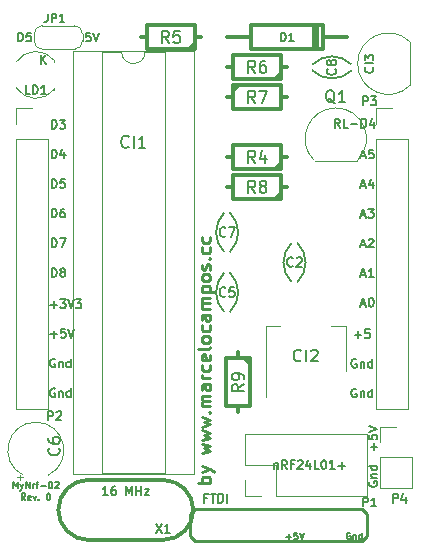
<source format=gbr>
%TF.GenerationSoftware,KiCad,Pcbnew,(5.1.6)-1*%
%TF.CreationDate,2022-03-13T12:34:37-03:00*%
%TF.ProjectId,nRF24L01_Arduino_v2,6e524632-344c-4303-915f-41726475696e,rev?*%
%TF.SameCoordinates,Original*%
%TF.FileFunction,Legend,Top*%
%TF.FilePolarity,Positive*%
%FSLAX46Y46*%
G04 Gerber Fmt 4.6, Leading zero omitted, Abs format (unit mm)*
G04 Created by KiCad (PCBNEW (5.1.6)-1) date 2022-03-13 12:34:37*
%MOMM*%
%LPD*%
G01*
G04 APERTURE LIST*
%ADD10C,0.139700*%
%ADD11C,0.150000*%
%ADD12C,0.184150*%
%ADD13C,0.228600*%
%ADD14C,0.120000*%
%ADD15C,0.304800*%
%ADD16C,0.317500*%
%ADD17C,0.254000*%
%ADD18C,0.149860*%
%ADD19C,0.152400*%
%ADD20C,0.177800*%
%ADD21C,0.127000*%
G04 APERTURE END LIST*
D10*
X105412419Y-138828840D02*
X105412419Y-138270040D01*
X105598685Y-138669183D01*
X105784952Y-138270040D01*
X105784952Y-138828840D01*
X105997828Y-138456307D02*
X106130876Y-138828840D01*
X106263923Y-138456307D02*
X106130876Y-138828840D01*
X106077657Y-138961888D01*
X106051047Y-138988497D01*
X105997828Y-139015107D01*
X106476800Y-138828840D02*
X106476800Y-138270040D01*
X106796114Y-138828840D01*
X106796114Y-138270040D01*
X107062209Y-138828840D02*
X107062209Y-138456307D01*
X107062209Y-138562745D02*
X107088819Y-138509526D01*
X107115428Y-138482916D01*
X107168647Y-138456307D01*
X107221866Y-138456307D01*
X107328304Y-138456307D02*
X107541180Y-138456307D01*
X107408133Y-138828840D02*
X107408133Y-138349869D01*
X107434742Y-138296650D01*
X107487961Y-138270040D01*
X107541180Y-138270040D01*
X107727447Y-138615964D02*
X108153200Y-138615964D01*
X108525733Y-138270040D02*
X108578952Y-138270040D01*
X108632171Y-138296650D01*
X108658780Y-138323259D01*
X108685390Y-138376478D01*
X108712000Y-138482916D01*
X108712000Y-138615964D01*
X108685390Y-138722402D01*
X108658780Y-138775621D01*
X108632171Y-138802230D01*
X108578952Y-138828840D01*
X108525733Y-138828840D01*
X108472514Y-138802230D01*
X108445904Y-138775621D01*
X108419295Y-138722402D01*
X108392685Y-138615964D01*
X108392685Y-138482916D01*
X108419295Y-138376478D01*
X108445904Y-138323259D01*
X108472514Y-138296650D01*
X108525733Y-138270040D01*
X108924876Y-138323259D02*
X108951485Y-138296650D01*
X109004704Y-138270040D01*
X109137752Y-138270040D01*
X109190971Y-138296650D01*
X109217580Y-138323259D01*
X109244190Y-138376478D01*
X109244190Y-138429697D01*
X109217580Y-138509526D01*
X108898266Y-138828840D01*
X109244190Y-138828840D01*
X106423580Y-139806740D02*
X106237314Y-139540645D01*
X106104266Y-139806740D02*
X106104266Y-139247940D01*
X106317142Y-139247940D01*
X106370361Y-139274550D01*
X106396971Y-139301159D01*
X106423580Y-139354378D01*
X106423580Y-139434207D01*
X106396971Y-139487426D01*
X106370361Y-139514035D01*
X106317142Y-139540645D01*
X106104266Y-139540645D01*
X106875942Y-139780130D02*
X106822723Y-139806740D01*
X106716285Y-139806740D01*
X106663066Y-139780130D01*
X106636457Y-139726911D01*
X106636457Y-139514035D01*
X106663066Y-139460816D01*
X106716285Y-139434207D01*
X106822723Y-139434207D01*
X106875942Y-139460816D01*
X106902552Y-139514035D01*
X106902552Y-139567254D01*
X106636457Y-139620473D01*
X107088819Y-139434207D02*
X107221866Y-139806740D01*
X107354914Y-139434207D01*
X107567790Y-139753521D02*
X107594400Y-139780130D01*
X107567790Y-139806740D01*
X107541180Y-139780130D01*
X107567790Y-139753521D01*
X107567790Y-139806740D01*
X108366076Y-139247940D02*
X108419295Y-139247940D01*
X108472514Y-139274550D01*
X108499123Y-139301159D01*
X108525733Y-139354378D01*
X108552342Y-139460816D01*
X108552342Y-139593864D01*
X108525733Y-139700302D01*
X108499123Y-139753521D01*
X108472514Y-139780130D01*
X108419295Y-139806740D01*
X108366076Y-139806740D01*
X108312857Y-139780130D01*
X108286247Y-139753521D01*
X108259638Y-139700302D01*
X108233028Y-139593864D01*
X108233028Y-139460816D01*
X108259638Y-139354378D01*
X108286247Y-139301159D01*
X108312857Y-139274550D01*
X108366076Y-139247940D01*
X133943271Y-142595600D02*
X133890052Y-142568990D01*
X133810223Y-142568990D01*
X133730395Y-142595600D01*
X133677176Y-142648819D01*
X133650566Y-142702038D01*
X133623957Y-142808476D01*
X133623957Y-142888304D01*
X133650566Y-142994742D01*
X133677176Y-143047961D01*
X133730395Y-143101180D01*
X133810223Y-143127790D01*
X133863442Y-143127790D01*
X133943271Y-143101180D01*
X133969880Y-143074571D01*
X133969880Y-142888304D01*
X133863442Y-142888304D01*
X134209366Y-142755257D02*
X134209366Y-143127790D01*
X134209366Y-142808476D02*
X134235976Y-142781866D01*
X134289195Y-142755257D01*
X134369023Y-142755257D01*
X134422242Y-142781866D01*
X134448852Y-142835085D01*
X134448852Y-143127790D01*
X134954433Y-143127790D02*
X134954433Y-142568990D01*
X134954433Y-143101180D02*
X134901214Y-143127790D01*
X134794776Y-143127790D01*
X134741557Y-143101180D01*
X134714947Y-143074571D01*
X134688338Y-143021352D01*
X134688338Y-142861695D01*
X134714947Y-142808476D01*
X134741557Y-142781866D01*
X134794776Y-142755257D01*
X134901214Y-142755257D01*
X134954433Y-142781866D01*
X128504042Y-142914914D02*
X128929795Y-142914914D01*
X128716919Y-143127790D02*
X128716919Y-142702038D01*
X129461985Y-142568990D02*
X129195890Y-142568990D01*
X129169280Y-142835085D01*
X129195890Y-142808476D01*
X129249109Y-142781866D01*
X129382157Y-142781866D01*
X129435376Y-142808476D01*
X129461985Y-142835085D01*
X129488595Y-142888304D01*
X129488595Y-143021352D01*
X129461985Y-143074571D01*
X129435376Y-143101180D01*
X129382157Y-143127790D01*
X129249109Y-143127790D01*
X129195890Y-143101180D01*
X129169280Y-143074571D01*
X129648252Y-142568990D02*
X129834519Y-143127790D01*
X130020785Y-142568990D01*
D11*
X121835938Y-139647385D02*
X121590404Y-139647385D01*
X121590404Y-140033223D02*
X121590404Y-139296623D01*
X121941166Y-139296623D01*
X122116547Y-139296623D02*
X122537461Y-139296623D01*
X122327004Y-140033223D02*
X122327004Y-139296623D01*
X122782995Y-140033223D02*
X122782995Y-139296623D01*
X122958376Y-139296623D01*
X123063604Y-139331700D01*
X123133757Y-139401852D01*
X123168833Y-139472004D01*
X123203909Y-139612309D01*
X123203909Y-139717538D01*
X123168833Y-139857842D01*
X123133757Y-139927995D01*
X123063604Y-139998147D01*
X122958376Y-140033223D01*
X122782995Y-140033223D01*
X123519595Y-140033223D02*
X123519595Y-139296623D01*
X135942614Y-135567057D02*
X135942614Y-135005838D01*
X136223223Y-135286447D02*
X135662004Y-135286447D01*
X135486623Y-134304314D02*
X135486623Y-134655076D01*
X135837385Y-134690152D01*
X135802309Y-134655076D01*
X135767233Y-134584923D01*
X135767233Y-134409542D01*
X135802309Y-134339390D01*
X135837385Y-134304314D01*
X135907538Y-134269238D01*
X136082919Y-134269238D01*
X136153071Y-134304314D01*
X136188147Y-134339390D01*
X136223223Y-134409542D01*
X136223223Y-134584923D01*
X136188147Y-134655076D01*
X136153071Y-134690152D01*
X135486623Y-134058780D02*
X136223223Y-133813247D01*
X135486623Y-133567714D01*
X135521700Y-138268528D02*
X135486623Y-138338680D01*
X135486623Y-138443909D01*
X135521700Y-138549138D01*
X135591852Y-138619290D01*
X135662004Y-138654366D01*
X135802309Y-138689442D01*
X135907538Y-138689442D01*
X136047842Y-138654366D01*
X136117995Y-138619290D01*
X136188147Y-138549138D01*
X136223223Y-138443909D01*
X136223223Y-138373757D01*
X136188147Y-138268528D01*
X136153071Y-138233452D01*
X135907538Y-138233452D01*
X135907538Y-138373757D01*
X135732157Y-137917766D02*
X136223223Y-137917766D01*
X135802309Y-137917766D02*
X135767233Y-137882690D01*
X135732157Y-137812538D01*
X135732157Y-137707309D01*
X135767233Y-137637157D01*
X135837385Y-137602080D01*
X136223223Y-137602080D01*
X136223223Y-136935633D02*
X135486623Y-136935633D01*
X136188147Y-136935633D02*
X136223223Y-137005785D01*
X136223223Y-137146090D01*
X136188147Y-137216242D01*
X136153071Y-137251319D01*
X136082919Y-137286395D01*
X135872461Y-137286395D01*
X135802309Y-137251319D01*
X135767233Y-137216242D01*
X135732157Y-137146090D01*
X135732157Y-137005785D01*
X135767233Y-136935633D01*
X134306128Y-125812814D02*
X134867347Y-125812814D01*
X134586738Y-126093423D02*
X134586738Y-125532204D01*
X135568871Y-125356823D02*
X135218109Y-125356823D01*
X135183033Y-125707585D01*
X135218109Y-125672509D01*
X135288261Y-125637433D01*
X135463642Y-125637433D01*
X135533795Y-125672509D01*
X135568871Y-125707585D01*
X135603947Y-125777738D01*
X135603947Y-125953119D01*
X135568871Y-126023271D01*
X135533795Y-126058347D01*
X135463642Y-126093423D01*
X135288261Y-126093423D01*
X135218109Y-126058347D01*
X135183033Y-126023271D01*
X134463971Y-127901700D02*
X134393819Y-127866623D01*
X134288590Y-127866623D01*
X134183361Y-127901700D01*
X134113209Y-127971852D01*
X134078133Y-128042004D01*
X134043057Y-128182309D01*
X134043057Y-128287538D01*
X134078133Y-128427842D01*
X134113209Y-128497995D01*
X134183361Y-128568147D01*
X134288590Y-128603223D01*
X134358742Y-128603223D01*
X134463971Y-128568147D01*
X134499047Y-128533071D01*
X134499047Y-128287538D01*
X134358742Y-128287538D01*
X134814733Y-128112157D02*
X134814733Y-128603223D01*
X134814733Y-128182309D02*
X134849809Y-128147233D01*
X134919961Y-128112157D01*
X135025190Y-128112157D01*
X135095342Y-128147233D01*
X135130419Y-128217385D01*
X135130419Y-128603223D01*
X135796866Y-128603223D02*
X135796866Y-127866623D01*
X135796866Y-128568147D02*
X135726714Y-128603223D01*
X135586409Y-128603223D01*
X135516257Y-128568147D01*
X135481180Y-128533071D01*
X135446104Y-128462919D01*
X135446104Y-128252461D01*
X135481180Y-128182309D01*
X135516257Y-128147233D01*
X135586409Y-128112157D01*
X135726714Y-128112157D01*
X135796866Y-128147233D01*
X134463971Y-130411500D02*
X134393819Y-130376423D01*
X134288590Y-130376423D01*
X134183361Y-130411500D01*
X134113209Y-130481652D01*
X134078133Y-130551804D01*
X134043057Y-130692109D01*
X134043057Y-130797338D01*
X134078133Y-130937642D01*
X134113209Y-131007795D01*
X134183361Y-131077947D01*
X134288590Y-131113023D01*
X134358742Y-131113023D01*
X134463971Y-131077947D01*
X134499047Y-131042871D01*
X134499047Y-130797338D01*
X134358742Y-130797338D01*
X134814733Y-130621957D02*
X134814733Y-131113023D01*
X134814733Y-130692109D02*
X134849809Y-130657033D01*
X134919961Y-130621957D01*
X135025190Y-130621957D01*
X135095342Y-130657033D01*
X135130419Y-130727185D01*
X135130419Y-131113023D01*
X135796866Y-131113023D02*
X135796866Y-130376423D01*
X135796866Y-131077947D02*
X135726714Y-131113023D01*
X135586409Y-131113023D01*
X135516257Y-131077947D01*
X135481180Y-131042871D01*
X135446104Y-130972719D01*
X135446104Y-130762261D01*
X135481180Y-130692109D01*
X135516257Y-130657033D01*
X135586409Y-130621957D01*
X135726714Y-130621957D01*
X135796866Y-130657033D01*
X134857804Y-110688266D02*
X135208566Y-110688266D01*
X134787652Y-110898723D02*
X135033185Y-110162123D01*
X135278719Y-110898723D01*
X135875014Y-110162123D02*
X135524252Y-110162123D01*
X135489176Y-110512885D01*
X135524252Y-110477809D01*
X135594404Y-110442733D01*
X135769785Y-110442733D01*
X135839938Y-110477809D01*
X135875014Y-110512885D01*
X135910090Y-110583038D01*
X135910090Y-110758419D01*
X135875014Y-110828571D01*
X135839938Y-110863647D01*
X135769785Y-110898723D01*
X135594404Y-110898723D01*
X135524252Y-110863647D01*
X135489176Y-110828571D01*
X134857804Y-113198066D02*
X135208566Y-113198066D01*
X134787652Y-113408523D02*
X135033185Y-112671923D01*
X135278719Y-113408523D01*
X135839938Y-112917457D02*
X135839938Y-113408523D01*
X135664557Y-112636847D02*
X135489176Y-113162990D01*
X135945166Y-113162990D01*
X134857804Y-115707866D02*
X135208566Y-115707866D01*
X134787652Y-115918323D02*
X135033185Y-115181723D01*
X135278719Y-115918323D01*
X135454100Y-115181723D02*
X135910090Y-115181723D01*
X135664557Y-115462333D01*
X135769785Y-115462333D01*
X135839938Y-115497409D01*
X135875014Y-115532485D01*
X135910090Y-115602638D01*
X135910090Y-115778019D01*
X135875014Y-115848171D01*
X135839938Y-115883247D01*
X135769785Y-115918323D01*
X135559328Y-115918323D01*
X135489176Y-115883247D01*
X135454100Y-115848171D01*
X134857804Y-118217666D02*
X135208566Y-118217666D01*
X134787652Y-118428123D02*
X135033185Y-117691523D01*
X135278719Y-118428123D01*
X135489176Y-117761676D02*
X135524252Y-117726600D01*
X135594404Y-117691523D01*
X135769785Y-117691523D01*
X135839938Y-117726600D01*
X135875014Y-117761676D01*
X135910090Y-117831828D01*
X135910090Y-117901980D01*
X135875014Y-118007209D01*
X135454100Y-118428123D01*
X135910090Y-118428123D01*
X134857804Y-120727466D02*
X135208566Y-120727466D01*
X134787652Y-120937923D02*
X135033185Y-120201323D01*
X135278719Y-120937923D01*
X135910090Y-120937923D02*
X135489176Y-120937923D01*
X135699633Y-120937923D02*
X135699633Y-120201323D01*
X135629480Y-120306552D01*
X135559328Y-120376704D01*
X135489176Y-120411780D01*
X134857804Y-123237266D02*
X135208566Y-123237266D01*
X134787652Y-123447723D02*
X135033185Y-122711123D01*
X135278719Y-123447723D01*
X135664557Y-122711123D02*
X135734709Y-122711123D01*
X135804861Y-122746200D01*
X135839938Y-122781276D01*
X135875014Y-122851428D01*
X135910090Y-122991733D01*
X135910090Y-123167114D01*
X135875014Y-123307419D01*
X135839938Y-123377571D01*
X135804861Y-123412647D01*
X135734709Y-123447723D01*
X135664557Y-123447723D01*
X135594404Y-123412647D01*
X135559328Y-123377571D01*
X135524252Y-123307419D01*
X135489176Y-123167114D01*
X135489176Y-122991733D01*
X135524252Y-122851428D01*
X135559328Y-122781276D01*
X135594404Y-122746200D01*
X135664557Y-122711123D01*
X108540380Y-123287914D02*
X109101600Y-123287914D01*
X108820990Y-123568523D02*
X108820990Y-123007304D01*
X109382209Y-122831923D02*
X109838200Y-122831923D01*
X109592666Y-123112533D01*
X109697895Y-123112533D01*
X109768047Y-123147609D01*
X109803123Y-123182685D01*
X109838200Y-123252838D01*
X109838200Y-123428219D01*
X109803123Y-123498371D01*
X109768047Y-123533447D01*
X109697895Y-123568523D01*
X109487438Y-123568523D01*
X109417285Y-123533447D01*
X109382209Y-123498371D01*
X110048657Y-122831923D02*
X110294190Y-123568523D01*
X110539723Y-122831923D01*
X110715104Y-122831923D02*
X111171095Y-122831923D01*
X110925561Y-123112533D01*
X111030790Y-123112533D01*
X111100942Y-123147609D01*
X111136019Y-123182685D01*
X111171095Y-123252838D01*
X111171095Y-123428219D01*
X111136019Y-123498371D01*
X111100942Y-123533447D01*
X111030790Y-123568523D01*
X110820333Y-123568523D01*
X110750180Y-123533447D01*
X110715104Y-123498371D01*
X108540380Y-125797714D02*
X109101600Y-125797714D01*
X108820990Y-126078323D02*
X108820990Y-125517104D01*
X109803123Y-125341723D02*
X109452361Y-125341723D01*
X109417285Y-125692485D01*
X109452361Y-125657409D01*
X109522514Y-125622333D01*
X109697895Y-125622333D01*
X109768047Y-125657409D01*
X109803123Y-125692485D01*
X109838200Y-125762638D01*
X109838200Y-125938019D01*
X109803123Y-126008171D01*
X109768047Y-126043247D01*
X109697895Y-126078323D01*
X109522514Y-126078323D01*
X109452361Y-126043247D01*
X109417285Y-126008171D01*
X110048657Y-125341723D02*
X110294190Y-126078323D01*
X110539723Y-125341723D01*
X108926219Y-127886600D02*
X108856066Y-127851523D01*
X108750838Y-127851523D01*
X108645609Y-127886600D01*
X108575457Y-127956752D01*
X108540380Y-128026904D01*
X108505304Y-128167209D01*
X108505304Y-128272438D01*
X108540380Y-128412742D01*
X108575457Y-128482895D01*
X108645609Y-128553047D01*
X108750838Y-128588123D01*
X108820990Y-128588123D01*
X108926219Y-128553047D01*
X108961295Y-128517971D01*
X108961295Y-128272438D01*
X108820990Y-128272438D01*
X109276980Y-128097057D02*
X109276980Y-128588123D01*
X109276980Y-128167209D02*
X109312057Y-128132133D01*
X109382209Y-128097057D01*
X109487438Y-128097057D01*
X109557590Y-128132133D01*
X109592666Y-128202285D01*
X109592666Y-128588123D01*
X110259114Y-128588123D02*
X110259114Y-127851523D01*
X110259114Y-128553047D02*
X110188961Y-128588123D01*
X110048657Y-128588123D01*
X109978504Y-128553047D01*
X109943428Y-128517971D01*
X109908352Y-128447819D01*
X109908352Y-128237361D01*
X109943428Y-128167209D01*
X109978504Y-128132133D01*
X110048657Y-128097057D01*
X110188961Y-128097057D01*
X110259114Y-128132133D01*
X108926219Y-130396400D02*
X108856066Y-130361323D01*
X108750838Y-130361323D01*
X108645609Y-130396400D01*
X108575457Y-130466552D01*
X108540380Y-130536704D01*
X108505304Y-130677009D01*
X108505304Y-130782238D01*
X108540380Y-130922542D01*
X108575457Y-130992695D01*
X108645609Y-131062847D01*
X108750838Y-131097923D01*
X108820990Y-131097923D01*
X108926219Y-131062847D01*
X108961295Y-131027771D01*
X108961295Y-130782238D01*
X108820990Y-130782238D01*
X109276980Y-130606857D02*
X109276980Y-131097923D01*
X109276980Y-130677009D02*
X109312057Y-130641933D01*
X109382209Y-130606857D01*
X109487438Y-130606857D01*
X109557590Y-130641933D01*
X109592666Y-130712085D01*
X109592666Y-131097923D01*
X110259114Y-131097923D02*
X110259114Y-130361323D01*
X110259114Y-131062847D02*
X110188961Y-131097923D01*
X110048657Y-131097923D01*
X109978504Y-131062847D01*
X109943428Y-131027771D01*
X109908352Y-130957619D01*
X109908352Y-130747161D01*
X109943428Y-130677009D01*
X109978504Y-130641933D01*
X110048657Y-130606857D01*
X110188961Y-130606857D01*
X110259114Y-130641933D01*
X108676319Y-108366273D02*
X108676319Y-107629673D01*
X108851700Y-107629673D01*
X108956928Y-107664750D01*
X109027080Y-107734902D01*
X109062157Y-107805054D01*
X109097233Y-107945359D01*
X109097233Y-108050588D01*
X109062157Y-108190892D01*
X109027080Y-108261045D01*
X108956928Y-108331197D01*
X108851700Y-108366273D01*
X108676319Y-108366273D01*
X109342766Y-107629673D02*
X109798757Y-107629673D01*
X109553223Y-107910283D01*
X109658452Y-107910283D01*
X109728604Y-107945359D01*
X109763680Y-107980435D01*
X109798757Y-108050588D01*
X109798757Y-108225969D01*
X109763680Y-108296121D01*
X109728604Y-108331197D01*
X109658452Y-108366273D01*
X109447995Y-108366273D01*
X109377842Y-108331197D01*
X109342766Y-108296121D01*
X108676319Y-110876073D02*
X108676319Y-110139473D01*
X108851700Y-110139473D01*
X108956928Y-110174550D01*
X109027080Y-110244702D01*
X109062157Y-110314854D01*
X109097233Y-110455159D01*
X109097233Y-110560388D01*
X109062157Y-110700692D01*
X109027080Y-110770845D01*
X108956928Y-110840997D01*
X108851700Y-110876073D01*
X108676319Y-110876073D01*
X109728604Y-110385007D02*
X109728604Y-110876073D01*
X109553223Y-110104397D02*
X109377842Y-110630540D01*
X109833833Y-110630540D01*
X108676319Y-113385873D02*
X108676319Y-112649273D01*
X108851700Y-112649273D01*
X108956928Y-112684350D01*
X109027080Y-112754502D01*
X109062157Y-112824654D01*
X109097233Y-112964959D01*
X109097233Y-113070188D01*
X109062157Y-113210492D01*
X109027080Y-113280645D01*
X108956928Y-113350797D01*
X108851700Y-113385873D01*
X108676319Y-113385873D01*
X109763680Y-112649273D02*
X109412919Y-112649273D01*
X109377842Y-113000035D01*
X109412919Y-112964959D01*
X109483071Y-112929883D01*
X109658452Y-112929883D01*
X109728604Y-112964959D01*
X109763680Y-113000035D01*
X109798757Y-113070188D01*
X109798757Y-113245569D01*
X109763680Y-113315721D01*
X109728604Y-113350797D01*
X109658452Y-113385873D01*
X109483071Y-113385873D01*
X109412919Y-113350797D01*
X109377842Y-113315721D01*
X108676319Y-115895673D02*
X108676319Y-115159073D01*
X108851700Y-115159073D01*
X108956928Y-115194150D01*
X109027080Y-115264302D01*
X109062157Y-115334454D01*
X109097233Y-115474759D01*
X109097233Y-115579988D01*
X109062157Y-115720292D01*
X109027080Y-115790445D01*
X108956928Y-115860597D01*
X108851700Y-115895673D01*
X108676319Y-115895673D01*
X109728604Y-115159073D02*
X109588300Y-115159073D01*
X109518147Y-115194150D01*
X109483071Y-115229226D01*
X109412919Y-115334454D01*
X109377842Y-115474759D01*
X109377842Y-115755369D01*
X109412919Y-115825521D01*
X109447995Y-115860597D01*
X109518147Y-115895673D01*
X109658452Y-115895673D01*
X109728604Y-115860597D01*
X109763680Y-115825521D01*
X109798757Y-115755369D01*
X109798757Y-115579988D01*
X109763680Y-115509835D01*
X109728604Y-115474759D01*
X109658452Y-115439683D01*
X109518147Y-115439683D01*
X109447995Y-115474759D01*
X109412919Y-115509835D01*
X109377842Y-115579988D01*
X108676319Y-118405473D02*
X108676319Y-117668873D01*
X108851700Y-117668873D01*
X108956928Y-117703950D01*
X109027080Y-117774102D01*
X109062157Y-117844254D01*
X109097233Y-117984559D01*
X109097233Y-118089788D01*
X109062157Y-118230092D01*
X109027080Y-118300245D01*
X108956928Y-118370397D01*
X108851700Y-118405473D01*
X108676319Y-118405473D01*
X109342766Y-117668873D02*
X109833833Y-117668873D01*
X109518147Y-118405473D01*
X108676319Y-120915273D02*
X108676319Y-120178673D01*
X108851700Y-120178673D01*
X108956928Y-120213750D01*
X109027080Y-120283902D01*
X109062157Y-120354054D01*
X109097233Y-120494359D01*
X109097233Y-120599588D01*
X109062157Y-120739892D01*
X109027080Y-120810045D01*
X108956928Y-120880197D01*
X108851700Y-120915273D01*
X108676319Y-120915273D01*
X109518147Y-120494359D02*
X109447995Y-120459283D01*
X109412919Y-120424207D01*
X109377842Y-120354054D01*
X109377842Y-120318978D01*
X109412919Y-120248826D01*
X109447995Y-120213750D01*
X109518147Y-120178673D01*
X109658452Y-120178673D01*
X109728604Y-120213750D01*
X109763680Y-120248826D01*
X109798757Y-120318978D01*
X109798757Y-120354054D01*
X109763680Y-120424207D01*
X109728604Y-120459283D01*
X109658452Y-120494359D01*
X109518147Y-120494359D01*
X109447995Y-120529435D01*
X109412919Y-120564511D01*
X109377842Y-120634664D01*
X109377842Y-120774969D01*
X109412919Y-120845121D01*
X109447995Y-120880197D01*
X109518147Y-120915273D01*
X109658452Y-120915273D01*
X109728604Y-120880197D01*
X109763680Y-120845121D01*
X109798757Y-120774969D01*
X109798757Y-120634664D01*
X109763680Y-120564511D01*
X109728604Y-120529435D01*
X109658452Y-120494359D01*
X133057295Y-108283223D02*
X132811761Y-107932461D01*
X132636380Y-108283223D02*
X132636380Y-107546623D01*
X132916990Y-107546623D01*
X132987142Y-107581700D01*
X133022219Y-107616776D01*
X133057295Y-107686928D01*
X133057295Y-107792157D01*
X133022219Y-107862309D01*
X132987142Y-107897385D01*
X132916990Y-107932461D01*
X132636380Y-107932461D01*
X133723742Y-108283223D02*
X133372980Y-108283223D01*
X133372980Y-107546623D01*
X133969276Y-108002614D02*
X134530495Y-108002614D01*
X134881257Y-108283223D02*
X134881257Y-107546623D01*
X135056638Y-107546623D01*
X135161866Y-107581700D01*
X135232019Y-107651852D01*
X135267095Y-107722004D01*
X135302171Y-107862309D01*
X135302171Y-107967538D01*
X135267095Y-108107842D01*
X135232019Y-108177995D01*
X135161866Y-108248147D01*
X135056638Y-108283223D01*
X134881257Y-108283223D01*
X135933542Y-107792157D02*
X135933542Y-108283223D01*
X135758161Y-107511547D02*
X135582780Y-108037690D01*
X136038771Y-108037690D01*
D12*
X111937195Y-100244123D02*
X111586433Y-100244123D01*
X111551357Y-100594885D01*
X111586433Y-100559809D01*
X111656585Y-100524733D01*
X111831966Y-100524733D01*
X111902119Y-100559809D01*
X111937195Y-100594885D01*
X111972271Y-100665038D01*
X111972271Y-100840419D01*
X111937195Y-100910571D01*
X111902119Y-100945647D01*
X111831966Y-100980723D01*
X111656585Y-100980723D01*
X111586433Y-100945647D01*
X111551357Y-100910571D01*
X112182728Y-100244123D02*
X112428261Y-100980723D01*
X112673795Y-100244123D01*
X105818819Y-100980723D02*
X105818819Y-100244123D01*
X105994200Y-100244123D01*
X106099428Y-100279200D01*
X106169580Y-100349352D01*
X106204657Y-100419504D01*
X106239733Y-100559809D01*
X106239733Y-100665038D01*
X106204657Y-100805342D01*
X106169580Y-100875495D01*
X106099428Y-100945647D01*
X105994200Y-100980723D01*
X105818819Y-100980723D01*
X106906180Y-100244123D02*
X106555419Y-100244123D01*
X106520342Y-100594885D01*
X106555419Y-100559809D01*
X106625571Y-100524733D01*
X106800952Y-100524733D01*
X106871104Y-100559809D01*
X106906180Y-100594885D01*
X106941257Y-100665038D01*
X106941257Y-100840419D01*
X106906180Y-100910571D01*
X106871104Y-100945647D01*
X106800952Y-100980723D01*
X106625571Y-100980723D01*
X106555419Y-100945647D01*
X106520342Y-100910571D01*
D13*
X122085100Y-138344910D02*
X121018300Y-138344910D01*
X121424700Y-138344910D02*
X121373900Y-138243310D01*
X121373900Y-138040110D01*
X121424700Y-137938510D01*
X121475500Y-137887710D01*
X121577100Y-137836910D01*
X121881900Y-137836910D01*
X121983500Y-137887710D01*
X122034300Y-137938510D01*
X122085100Y-138040110D01*
X122085100Y-138243310D01*
X122034300Y-138344910D01*
X121373900Y-137481310D02*
X122085100Y-137227310D01*
X121373900Y-136973310D02*
X122085100Y-137227310D01*
X122339100Y-137328910D01*
X122389900Y-137379710D01*
X122440700Y-137481310D01*
X121373900Y-135855710D02*
X122085100Y-135652510D01*
X121577100Y-135449310D01*
X122085100Y-135246110D01*
X121373900Y-135042910D01*
X121373900Y-134738110D02*
X122085100Y-134534910D01*
X121577100Y-134331710D01*
X122085100Y-134128510D01*
X121373900Y-133925310D01*
X121373900Y-133620510D02*
X122085100Y-133417310D01*
X121577100Y-133214110D01*
X122085100Y-133010910D01*
X121373900Y-132807710D01*
X121983500Y-132401310D02*
X122034300Y-132350510D01*
X122085100Y-132401310D01*
X122034300Y-132452110D01*
X121983500Y-132401310D01*
X122085100Y-132401310D01*
X122085100Y-131893310D02*
X121373900Y-131893310D01*
X121475500Y-131893310D02*
X121424700Y-131842510D01*
X121373900Y-131740910D01*
X121373900Y-131588510D01*
X121424700Y-131486910D01*
X121526300Y-131436110D01*
X122085100Y-131436110D01*
X121526300Y-131436110D02*
X121424700Y-131385310D01*
X121373900Y-131283710D01*
X121373900Y-131131310D01*
X121424700Y-131029710D01*
X121526300Y-130978910D01*
X122085100Y-130978910D01*
X122085100Y-130013710D02*
X121526300Y-130013710D01*
X121424700Y-130064510D01*
X121373900Y-130166110D01*
X121373900Y-130369310D01*
X121424700Y-130470910D01*
X122034300Y-130013710D02*
X122085100Y-130115310D01*
X122085100Y-130369310D01*
X122034300Y-130470910D01*
X121932700Y-130521710D01*
X121831100Y-130521710D01*
X121729500Y-130470910D01*
X121678700Y-130369310D01*
X121678700Y-130115310D01*
X121627900Y-130013710D01*
X122085100Y-129505710D02*
X121373900Y-129505710D01*
X121577100Y-129505710D02*
X121475500Y-129454910D01*
X121424700Y-129404110D01*
X121373900Y-129302510D01*
X121373900Y-129200910D01*
X122034300Y-128388110D02*
X122085100Y-128489710D01*
X122085100Y-128692910D01*
X122034300Y-128794510D01*
X121983500Y-128845310D01*
X121881900Y-128896110D01*
X121577100Y-128896110D01*
X121475500Y-128845310D01*
X121424700Y-128794510D01*
X121373900Y-128692910D01*
X121373900Y-128489710D01*
X121424700Y-128388110D01*
X122034300Y-127524510D02*
X122085100Y-127626110D01*
X122085100Y-127829310D01*
X122034300Y-127930910D01*
X121932700Y-127981710D01*
X121526300Y-127981710D01*
X121424700Y-127930910D01*
X121373900Y-127829310D01*
X121373900Y-127626110D01*
X121424700Y-127524510D01*
X121526300Y-127473710D01*
X121627900Y-127473710D01*
X121729500Y-127981710D01*
X122085100Y-126864110D02*
X122034300Y-126965710D01*
X121932700Y-127016510D01*
X121018300Y-127016510D01*
X122085100Y-126305310D02*
X122034300Y-126406910D01*
X121983500Y-126457710D01*
X121881900Y-126508510D01*
X121577100Y-126508510D01*
X121475500Y-126457710D01*
X121424700Y-126406910D01*
X121373900Y-126305310D01*
X121373900Y-126152910D01*
X121424700Y-126051310D01*
X121475500Y-126000510D01*
X121577100Y-125949710D01*
X121881900Y-125949710D01*
X121983500Y-126000510D01*
X122034300Y-126051310D01*
X122085100Y-126152910D01*
X122085100Y-126305310D01*
X122034300Y-125035310D02*
X122085100Y-125136910D01*
X122085100Y-125340110D01*
X122034300Y-125441710D01*
X121983500Y-125492510D01*
X121881900Y-125543310D01*
X121577100Y-125543310D01*
X121475500Y-125492510D01*
X121424700Y-125441710D01*
X121373900Y-125340110D01*
X121373900Y-125136910D01*
X121424700Y-125035310D01*
X122085100Y-124120910D02*
X121526300Y-124120910D01*
X121424700Y-124171710D01*
X121373900Y-124273310D01*
X121373900Y-124476510D01*
X121424700Y-124578110D01*
X122034300Y-124120910D02*
X122085100Y-124222510D01*
X122085100Y-124476510D01*
X122034300Y-124578110D01*
X121932700Y-124628910D01*
X121831100Y-124628910D01*
X121729500Y-124578110D01*
X121678700Y-124476510D01*
X121678700Y-124222510D01*
X121627900Y-124120910D01*
X122085100Y-123612910D02*
X121373900Y-123612910D01*
X121475500Y-123612910D02*
X121424700Y-123562110D01*
X121373900Y-123460510D01*
X121373900Y-123308110D01*
X121424700Y-123206510D01*
X121526300Y-123155710D01*
X122085100Y-123155710D01*
X121526300Y-123155710D02*
X121424700Y-123104910D01*
X121373900Y-123003310D01*
X121373900Y-122850910D01*
X121424700Y-122749310D01*
X121526300Y-122698510D01*
X122085100Y-122698510D01*
X121373900Y-122190510D02*
X122440700Y-122190510D01*
X121424700Y-122190510D02*
X121373900Y-122088910D01*
X121373900Y-121885710D01*
X121424700Y-121784110D01*
X121475500Y-121733310D01*
X121577100Y-121682510D01*
X121881900Y-121682510D01*
X121983500Y-121733310D01*
X122034300Y-121784110D01*
X122085100Y-121885710D01*
X122085100Y-122088910D01*
X122034300Y-122190510D01*
X122085100Y-121072910D02*
X122034300Y-121174510D01*
X121983500Y-121225310D01*
X121881900Y-121276110D01*
X121577100Y-121276110D01*
X121475500Y-121225310D01*
X121424700Y-121174510D01*
X121373900Y-121072910D01*
X121373900Y-120920510D01*
X121424700Y-120818910D01*
X121475500Y-120768110D01*
X121577100Y-120717310D01*
X121881900Y-120717310D01*
X121983500Y-120768110D01*
X122034300Y-120818910D01*
X122085100Y-120920510D01*
X122085100Y-121072910D01*
X122034300Y-120310910D02*
X122085100Y-120209310D01*
X122085100Y-120006110D01*
X122034300Y-119904510D01*
X121932700Y-119853710D01*
X121881900Y-119853710D01*
X121780300Y-119904510D01*
X121729500Y-120006110D01*
X121729500Y-120158510D01*
X121678700Y-120260110D01*
X121577100Y-120310910D01*
X121526300Y-120310910D01*
X121424700Y-120260110D01*
X121373900Y-120158510D01*
X121373900Y-120006110D01*
X121424700Y-119904510D01*
X121983500Y-119396510D02*
X122034300Y-119345710D01*
X122085100Y-119396510D01*
X122034300Y-119447310D01*
X121983500Y-119396510D01*
X122085100Y-119396510D01*
X122034300Y-118431310D02*
X122085100Y-118532910D01*
X122085100Y-118736110D01*
X122034300Y-118837710D01*
X121983500Y-118888510D01*
X121881900Y-118939310D01*
X121577100Y-118939310D01*
X121475500Y-118888510D01*
X121424700Y-118837710D01*
X121373900Y-118736110D01*
X121373900Y-118532910D01*
X121424700Y-118431310D01*
X122034300Y-117516910D02*
X122085100Y-117618510D01*
X122085100Y-117821710D01*
X122034300Y-117923310D01*
X121983500Y-117974110D01*
X121881900Y-118024910D01*
X121577100Y-118024910D01*
X121475500Y-117974110D01*
X121424700Y-117923310D01*
X121373900Y-117821710D01*
X121373900Y-117618510D01*
X121424700Y-117516910D01*
D14*
%TO.C,Q1*%
X130915000Y-111070000D02*
X134515000Y-111070000D01*
X130876522Y-111058478D02*
G75*
G02*
X132715000Y-106620000I1838478J1838478D01*
G01*
X134553478Y-111058478D02*
G75*
G03*
X132715000Y-106620000I-1838478J1838478D01*
G01*
%TO.C,CI3*%
X139010000Y-104670000D02*
X139010000Y-101070000D01*
X138998478Y-104708478D02*
G75*
G02*
X134560000Y-102870000I-1838478J1838478D01*
G01*
X138998478Y-101031522D02*
G75*
G03*
X134560000Y-102870000I-1838478J-1838478D01*
G01*
%TO.C,P3*%
X136147500Y-132140000D02*
X138807500Y-132140000D01*
X136147500Y-109220000D02*
X136147500Y-132140000D01*
X138807500Y-109220000D02*
X138807500Y-132140000D01*
X136147500Y-109220000D02*
X138807500Y-109220000D01*
X136147500Y-107950000D02*
X136147500Y-106620000D01*
X136147500Y-106620000D02*
X137477500Y-106620000D01*
%TO.C,JP1*%
X111270000Y-100347500D02*
X111270000Y-100947500D01*
X107820000Y-99647500D02*
X110620000Y-99647500D01*
X107170000Y-100947500D02*
X107170000Y-100347500D01*
X110620000Y-101647500D02*
X107820000Y-101647500D01*
X107870000Y-101647500D02*
G75*
G02*
X107170000Y-100947500I0J700000D01*
G01*
X107170000Y-100347500D02*
G75*
G02*
X107870000Y-99647500I700000J0D01*
G01*
X110570000Y-99647500D02*
G75*
G02*
X111270000Y-100347500I0J-700000D01*
G01*
X111270000Y-100947500D02*
G75*
G02*
X110570000Y-101647500I-700000J0D01*
G01*
D15*
%TO.C,R5*%
X120777000Y-101155500D02*
X120269000Y-101663500D01*
X116713000Y-99631500D02*
X116713000Y-100647500D01*
X120777000Y-101663500D02*
X120777000Y-99631500D01*
X116713000Y-100647500D02*
X116713000Y-101663500D01*
X116205000Y-100647500D02*
X116713000Y-100647500D01*
X121285000Y-100647500D02*
X120777000Y-100647500D01*
X120777000Y-101663500D02*
X116713000Y-101663500D01*
X116713000Y-99631500D02*
X120777000Y-99631500D01*
D14*
%TO.C,CI1*%
X114570000Y-101857500D02*
X112920000Y-101857500D01*
X112920000Y-101857500D02*
X112920000Y-137537500D01*
X112920000Y-137537500D02*
X118220000Y-137537500D01*
X118220000Y-137537500D02*
X118220000Y-101857500D01*
X118220000Y-101857500D02*
X116570000Y-101857500D01*
X110430000Y-101797500D02*
X110430000Y-137597500D01*
X110430000Y-137597500D02*
X120710000Y-137597500D01*
X120710000Y-137597500D02*
X120710000Y-101797500D01*
X120710000Y-101797500D02*
X110430000Y-101797500D01*
X116570000Y-101857500D02*
G75*
G02*
X114570000Y-101857500I-1000000J0D01*
G01*
D11*
%TO.C,C2*%
X129476500Y-121348500D02*
G75*
G03*
X129476500Y-118046500I-1651000J1651000D01*
G01*
X128968500Y-118046500D02*
G75*
G03*
X128968500Y-121348500I1651000J-1651000D01*
G01*
D16*
%TO.C,D1*%
X124777500Y-100647500D02*
X123507500Y-100647500D01*
X132397500Y-100647500D02*
X133667500Y-100647500D01*
X132397500Y-100647500D02*
X131635500Y-100647500D01*
D15*
X131635500Y-100647500D02*
X131635500Y-99631500D01*
X131635500Y-99631500D02*
X125539500Y-99631500D01*
X125539500Y-99631500D02*
X125539500Y-100647500D01*
X125539500Y-100647500D02*
X124777500Y-100647500D01*
X125539500Y-100647500D02*
X125539500Y-101663500D01*
X125539500Y-101663500D02*
X131635500Y-101663500D01*
X131635500Y-101663500D02*
X131635500Y-100647500D01*
X131127500Y-99631500D02*
X131127500Y-101663500D01*
X130873500Y-101663500D02*
X130873500Y-99631500D01*
D11*
%TO.C,C7*%
X123253500Y-115506500D02*
G75*
G03*
X123253500Y-118808500I1651000J-1651000D01*
G01*
X123761500Y-118808500D02*
G75*
G03*
X123761500Y-115506500I-1651000J1651000D01*
G01*
%TO.C,C5*%
X123761500Y-123888500D02*
G75*
G03*
X123761500Y-120586500I-1651000J1651000D01*
G01*
X123253500Y-120586500D02*
G75*
G03*
X123253500Y-123888500I1651000J-1651000D01*
G01*
D14*
%TO.C,C6*%
X105755000Y-137904788D02*
X106205000Y-137904788D01*
X105980000Y-138129788D02*
X105980000Y-137679788D01*
X108375000Y-137712240D02*
G75*
G03*
X106255000Y-137712241I-1060000J2119740D01*
G01*
D11*
%TO.C,C8*%
X134048500Y-102933500D02*
G75*
G03*
X130746500Y-102933500I-1651000J-1651000D01*
G01*
X130746500Y-103441500D02*
G75*
G03*
X134048500Y-103441500I1651000J1651000D01*
G01*
D14*
%TO.C,CI2*%
X133585000Y-125090000D02*
X132325000Y-125090000D01*
X126765000Y-125090000D02*
X128025000Y-125090000D01*
X133585000Y-128850000D02*
X133585000Y-125090000D01*
X126765000Y-131100000D02*
X126765000Y-125090000D01*
%TO.C,LD1*%
X108875000Y-102742500D02*
X108875000Y-102586500D01*
X108875000Y-105058500D02*
X108875000Y-104902500D01*
X105642665Y-104901108D02*
G75*
G03*
X108875000Y-105058016I1672335J1078608D01*
G01*
X105642665Y-102743892D02*
G75*
G02*
X108875000Y-102586984I1672335J-1078608D01*
G01*
%TO.C,Mod1*%
X135315000Y-139442500D02*
X135315000Y-134242500D01*
X127635000Y-139442500D02*
X135315000Y-139442500D01*
X125035000Y-134242500D02*
X135315000Y-134242500D01*
X127635000Y-139442500D02*
X127635000Y-136842500D01*
X127635000Y-136842500D02*
X125035000Y-136842500D01*
X125035000Y-136842500D02*
X125035000Y-134242500D01*
X126365000Y-139442500D02*
X125035000Y-139442500D01*
X125035000Y-139442500D02*
X125035000Y-138112500D01*
D17*
%TO.C,P1*%
X120332500Y-142875000D02*
X120332500Y-140970000D01*
X120332500Y-142875000D02*
X120764300Y-143306800D01*
X120764300Y-143306800D02*
X134937500Y-143306800D01*
X134937500Y-143306800D02*
X135369300Y-142875000D01*
X135369300Y-142875000D02*
X135369300Y-140970000D01*
X134937500Y-140538200D02*
X135369300Y-140970000D01*
X120764300Y-140538200D02*
X134937500Y-140538200D01*
X120332500Y-140970000D02*
X120764300Y-140538200D01*
D14*
%TO.C,P2*%
X105667500Y-106620000D02*
X106997500Y-106620000D01*
X105667500Y-107950000D02*
X105667500Y-106620000D01*
X105667500Y-109220000D02*
X108327500Y-109220000D01*
X108327500Y-109220000D02*
X108327500Y-132140000D01*
X105667500Y-109220000D02*
X105667500Y-132140000D01*
X105667500Y-132140000D02*
X108327500Y-132140000D01*
%TO.C,P4*%
X136465000Y-138807500D02*
X139125000Y-138807500D01*
X136465000Y-136207500D02*
X136465000Y-138807500D01*
X139125000Y-136207500D02*
X139125000Y-138807500D01*
X136465000Y-136207500D02*
X139125000Y-136207500D01*
X136465000Y-134937500D02*
X136465000Y-133607500D01*
X136465000Y-133607500D02*
X137795000Y-133607500D01*
D15*
%TO.C,R4*%
X124015500Y-109791500D02*
X128079500Y-109791500D01*
X128079500Y-111823500D02*
X124015500Y-111823500D01*
X128587500Y-110807500D02*
X128079500Y-110807500D01*
X123507500Y-110807500D02*
X124015500Y-110807500D01*
X124015500Y-110807500D02*
X124015500Y-111823500D01*
X128079500Y-111823500D02*
X128079500Y-109791500D01*
X124015500Y-109791500D02*
X124015500Y-110807500D01*
X128079500Y-111315500D02*
X127571500Y-111823500D01*
%TO.C,R6*%
X128079500Y-103695500D02*
X127571500Y-104203500D01*
X124015500Y-102171500D02*
X124015500Y-103187500D01*
X128079500Y-104203500D02*
X128079500Y-102171500D01*
X124015500Y-103187500D02*
X124015500Y-104203500D01*
X123507500Y-103187500D02*
X124015500Y-103187500D01*
X128587500Y-103187500D02*
X128079500Y-103187500D01*
X128079500Y-104203500D02*
X124015500Y-104203500D01*
X124015500Y-102171500D02*
X128079500Y-102171500D01*
%TO.C,R7*%
X128079500Y-106743500D02*
X124015500Y-106743500D01*
X124015500Y-104711500D02*
X128079500Y-104711500D01*
X123507500Y-105727500D02*
X124015500Y-105727500D01*
X128587500Y-105727500D02*
X128079500Y-105727500D01*
X128079500Y-105727500D02*
X128079500Y-104711500D01*
X124015500Y-104711500D02*
X124015500Y-106743500D01*
X128079500Y-106743500D02*
X128079500Y-105727500D01*
X124015500Y-105219500D02*
X124523500Y-104711500D01*
%TO.C,R8*%
X124015500Y-112331500D02*
X128079500Y-112331500D01*
X128079500Y-114363500D02*
X124015500Y-114363500D01*
X128587500Y-113347500D02*
X128079500Y-113347500D01*
X123507500Y-113347500D02*
X124015500Y-113347500D01*
X124015500Y-113347500D02*
X124015500Y-114363500D01*
X128079500Y-114363500D02*
X128079500Y-112331500D01*
X124015500Y-112331500D02*
X124015500Y-113347500D01*
X128079500Y-113855500D02*
X127571500Y-114363500D01*
D16*
%TO.C,X1*%
X118110000Y-138112500D02*
X111760000Y-138112500D01*
X118110000Y-143192500D02*
X111760000Y-143192500D01*
X109220000Y-140652500D02*
G75*
G03*
X111760000Y-143192500I2540000J0D01*
G01*
X111760000Y-138112500D02*
G75*
G03*
X109220000Y-140652500I0J-2540000D01*
G01*
X118110000Y-143192500D02*
G75*
G03*
X120650000Y-140652500I0J2540000D01*
G01*
X120650000Y-140652500D02*
G75*
G03*
X118110000Y-138112500I-2540000J0D01*
G01*
D15*
%TO.C,R9*%
X123444000Y-131889500D02*
X123444000Y-127825500D01*
X125476000Y-127825500D02*
X125476000Y-131889500D01*
X124460000Y-127317500D02*
X124460000Y-127825500D01*
X124460000Y-132397500D02*
X124460000Y-131889500D01*
X124460000Y-131889500D02*
X125476000Y-131889500D01*
X125476000Y-127825500D02*
X123444000Y-127825500D01*
X123444000Y-131889500D02*
X124460000Y-131889500D01*
X124968000Y-127825500D02*
X125476000Y-128333500D01*
%TO.C,Q1*%
D11*
X132619761Y-106207619D02*
X132524523Y-106160000D01*
X132429285Y-106064761D01*
X132286428Y-105921904D01*
X132191190Y-105874285D01*
X132095952Y-105874285D01*
X132143571Y-106112380D02*
X132048333Y-106064761D01*
X131953095Y-105969523D01*
X131905476Y-105779047D01*
X131905476Y-105445714D01*
X131953095Y-105255238D01*
X132048333Y-105160000D01*
X132143571Y-105112380D01*
X132334047Y-105112380D01*
X132429285Y-105160000D01*
X132524523Y-105255238D01*
X132572142Y-105445714D01*
X132572142Y-105779047D01*
X132524523Y-105969523D01*
X132429285Y-106064761D01*
X132334047Y-106112380D01*
X132143571Y-106112380D01*
X133524523Y-106112380D02*
X132953095Y-106112380D01*
X133238809Y-106112380D02*
X133238809Y-105112380D01*
X133143571Y-105255238D01*
X133048333Y-105350476D01*
X132953095Y-105398095D01*
%TO.C,CI3*%
X135835571Y-103168147D02*
X135870647Y-103203223D01*
X135905723Y-103308452D01*
X135905723Y-103378604D01*
X135870647Y-103483833D01*
X135800495Y-103553985D01*
X135730342Y-103589061D01*
X135590038Y-103624138D01*
X135484809Y-103624138D01*
X135344504Y-103589061D01*
X135274352Y-103553985D01*
X135204200Y-103483833D01*
X135169123Y-103378604D01*
X135169123Y-103308452D01*
X135204200Y-103203223D01*
X135239276Y-103168147D01*
X135905723Y-102852461D02*
X135169123Y-102852461D01*
X135169123Y-102571852D02*
X135169123Y-102115861D01*
X135449733Y-102361395D01*
X135449733Y-102256166D01*
X135484809Y-102186014D01*
X135519885Y-102150938D01*
X135590038Y-102115861D01*
X135765419Y-102115861D01*
X135835571Y-102150938D01*
X135870647Y-102186014D01*
X135905723Y-102256166D01*
X135905723Y-102466623D01*
X135870647Y-102536776D01*
X135835571Y-102571852D01*
%TO.C,P3*%
X135028819Y-106378223D02*
X135028819Y-105641623D01*
X135309428Y-105641623D01*
X135379580Y-105676700D01*
X135414657Y-105711776D01*
X135449733Y-105781928D01*
X135449733Y-105887157D01*
X135414657Y-105957309D01*
X135379580Y-105992385D01*
X135309428Y-106027461D01*
X135028819Y-106027461D01*
X135695266Y-105641623D02*
X136151257Y-105641623D01*
X135905723Y-105922233D01*
X136010952Y-105922233D01*
X136081104Y-105957309D01*
X136116180Y-105992385D01*
X136151257Y-106062538D01*
X136151257Y-106237919D01*
X136116180Y-106308071D01*
X136081104Y-106343147D01*
X136010952Y-106378223D01*
X135800495Y-106378223D01*
X135730342Y-106343147D01*
X135695266Y-106308071D01*
%TO.C,JP1*%
X108309833Y-98670533D02*
X108309833Y-99178533D01*
X108275966Y-99280133D01*
X108208233Y-99347866D01*
X108106633Y-99381733D01*
X108038900Y-99381733D01*
X108648500Y-99381733D02*
X108648500Y-98670533D01*
X108919433Y-98670533D01*
X108987166Y-98704400D01*
X109021033Y-98738266D01*
X109054900Y-98806000D01*
X109054900Y-98907600D01*
X109021033Y-98975333D01*
X108987166Y-99009200D01*
X108919433Y-99043066D01*
X108648500Y-99043066D01*
X109732233Y-99381733D02*
X109325833Y-99381733D01*
X109529033Y-99381733D02*
X109529033Y-98670533D01*
X109461300Y-98772133D01*
X109393566Y-98839866D01*
X109325833Y-98873733D01*
%TO.C,R5*%
D18*
X118578333Y-101099880D02*
X118245000Y-100623690D01*
X118006904Y-101099880D02*
X118006904Y-100099880D01*
X118387857Y-100099880D01*
X118483095Y-100147500D01*
X118530714Y-100195119D01*
X118578333Y-100290357D01*
X118578333Y-100433214D01*
X118530714Y-100528452D01*
X118483095Y-100576071D01*
X118387857Y-100623690D01*
X118006904Y-100623690D01*
X119483095Y-100099880D02*
X119006904Y-100099880D01*
X118959285Y-100576071D01*
X119006904Y-100528452D01*
X119102142Y-100480833D01*
X119340238Y-100480833D01*
X119435476Y-100528452D01*
X119483095Y-100576071D01*
X119530714Y-100671309D01*
X119530714Y-100909404D01*
X119483095Y-101004642D01*
X119435476Y-101052261D01*
X119340238Y-101099880D01*
X119102142Y-101099880D01*
X119006904Y-101052261D01*
X118959285Y-101004642D01*
%TO.C,CI1*%
D11*
X115165238Y-109894642D02*
X115117619Y-109942261D01*
X114974761Y-109989880D01*
X114879523Y-109989880D01*
X114736666Y-109942261D01*
X114641428Y-109847023D01*
X114593809Y-109751785D01*
X114546190Y-109561309D01*
X114546190Y-109418452D01*
X114593809Y-109227976D01*
X114641428Y-109132738D01*
X114736666Y-109037500D01*
X114879523Y-108989880D01*
X114974761Y-108989880D01*
X115117619Y-109037500D01*
X115165238Y-109085119D01*
X115593809Y-109989880D02*
X115593809Y-108989880D01*
X116593809Y-109989880D02*
X116022380Y-109989880D01*
X116308095Y-109989880D02*
X116308095Y-108989880D01*
X116212857Y-109132738D01*
X116117619Y-109227976D01*
X116022380Y-109275595D01*
%TO.C,C2*%
X129087033Y-119987785D02*
X129048328Y-120026490D01*
X128932214Y-120065195D01*
X128854804Y-120065195D01*
X128738690Y-120026490D01*
X128661280Y-119949080D01*
X128622576Y-119871671D01*
X128583871Y-119716852D01*
X128583871Y-119600738D01*
X128622576Y-119445919D01*
X128661280Y-119368509D01*
X128738690Y-119291100D01*
X128854804Y-119252395D01*
X128932214Y-119252395D01*
X129048328Y-119291100D01*
X129087033Y-119329804D01*
X129396671Y-119329804D02*
X129435376Y-119291100D01*
X129512785Y-119252395D01*
X129706309Y-119252395D01*
X129783719Y-119291100D01*
X129822423Y-119329804D01*
X129861128Y-119407214D01*
X129861128Y-119484623D01*
X129822423Y-119600738D01*
X129357966Y-120065195D01*
X129861128Y-120065195D01*
%TO.C,D1*%
D19*
X128043819Y-100980723D02*
X128043819Y-100244123D01*
X128219200Y-100244123D01*
X128324428Y-100279200D01*
X128394580Y-100349352D01*
X128429657Y-100419504D01*
X128464733Y-100559809D01*
X128464733Y-100665038D01*
X128429657Y-100805342D01*
X128394580Y-100875495D01*
X128324428Y-100945647D01*
X128219200Y-100980723D01*
X128043819Y-100980723D01*
X129166257Y-100980723D02*
X128745342Y-100980723D01*
X128955800Y-100980723D02*
X128955800Y-100244123D01*
X128885647Y-100349352D01*
X128815495Y-100419504D01*
X128745342Y-100454580D01*
%TO.C,C7*%
D11*
X123372033Y-117447785D02*
X123333328Y-117486490D01*
X123217214Y-117525195D01*
X123139804Y-117525195D01*
X123023690Y-117486490D01*
X122946280Y-117409080D01*
X122907576Y-117331671D01*
X122868871Y-117176852D01*
X122868871Y-117060738D01*
X122907576Y-116905919D01*
X122946280Y-116828509D01*
X123023690Y-116751100D01*
X123139804Y-116712395D01*
X123217214Y-116712395D01*
X123333328Y-116751100D01*
X123372033Y-116789804D01*
X123642966Y-116712395D02*
X124184833Y-116712395D01*
X123836490Y-117525195D01*
%TO.C,C5*%
X123372033Y-122527785D02*
X123333328Y-122566490D01*
X123217214Y-122605195D01*
X123139804Y-122605195D01*
X123023690Y-122566490D01*
X122946280Y-122489080D01*
X122907576Y-122411671D01*
X122868871Y-122256852D01*
X122868871Y-122140738D01*
X122907576Y-121985919D01*
X122946280Y-121908509D01*
X123023690Y-121831100D01*
X123139804Y-121792395D01*
X123217214Y-121792395D01*
X123333328Y-121831100D01*
X123372033Y-121869804D01*
X124107423Y-121792395D02*
X123720376Y-121792395D01*
X123681671Y-122179442D01*
X123720376Y-122140738D01*
X123797785Y-122102033D01*
X123991309Y-122102033D01*
X124068719Y-122140738D01*
X124107423Y-122179442D01*
X124146128Y-122256852D01*
X124146128Y-122450376D01*
X124107423Y-122527785D01*
X124068719Y-122566490D01*
X123991309Y-122605195D01*
X123797785Y-122605195D01*
X123720376Y-122566490D01*
X123681671Y-122527785D01*
%TO.C,C6*%
X109259642Y-135421666D02*
X109307261Y-135469285D01*
X109354880Y-135612142D01*
X109354880Y-135707380D01*
X109307261Y-135850238D01*
X109212023Y-135945476D01*
X109116785Y-135993095D01*
X108926309Y-136040714D01*
X108783452Y-136040714D01*
X108592976Y-135993095D01*
X108497738Y-135945476D01*
X108402500Y-135850238D01*
X108354880Y-135707380D01*
X108354880Y-135612142D01*
X108402500Y-135469285D01*
X108450119Y-135421666D01*
X108354880Y-134564523D02*
X108354880Y-134755000D01*
X108402500Y-134850238D01*
X108450119Y-134897857D01*
X108592976Y-134993095D01*
X108783452Y-135040714D01*
X109164404Y-135040714D01*
X109259642Y-134993095D01*
X109307261Y-134945476D01*
X109354880Y-134850238D01*
X109354880Y-134659761D01*
X109307261Y-134564523D01*
X109259642Y-134516904D01*
X109164404Y-134469285D01*
X108926309Y-134469285D01*
X108831071Y-134516904D01*
X108783452Y-134564523D01*
X108735833Y-134659761D01*
X108735833Y-134850238D01*
X108783452Y-134945476D01*
X108831071Y-134993095D01*
X108926309Y-135040714D01*
%TO.C,C8*%
X132687785Y-103322966D02*
X132726490Y-103361671D01*
X132765195Y-103477785D01*
X132765195Y-103555195D01*
X132726490Y-103671309D01*
X132649080Y-103748719D01*
X132571671Y-103787423D01*
X132416852Y-103826128D01*
X132300738Y-103826128D01*
X132145919Y-103787423D01*
X132068509Y-103748719D01*
X131991100Y-103671309D01*
X131952395Y-103555195D01*
X131952395Y-103477785D01*
X131991100Y-103361671D01*
X132029804Y-103322966D01*
X132300738Y-102858509D02*
X132262033Y-102935919D01*
X132223328Y-102974623D01*
X132145919Y-103013328D01*
X132107214Y-103013328D01*
X132029804Y-102974623D01*
X131991100Y-102935919D01*
X131952395Y-102858509D01*
X131952395Y-102703690D01*
X131991100Y-102626280D01*
X132029804Y-102587576D01*
X132107214Y-102548871D01*
X132145919Y-102548871D01*
X132223328Y-102587576D01*
X132262033Y-102626280D01*
X132300738Y-102703690D01*
X132300738Y-102858509D01*
X132339442Y-102935919D01*
X132378147Y-102974623D01*
X132455557Y-103013328D01*
X132610376Y-103013328D01*
X132687785Y-102974623D01*
X132726490Y-102935919D01*
X132765195Y-102858509D01*
X132765195Y-102703690D01*
X132726490Y-102626280D01*
X132687785Y-102587576D01*
X132610376Y-102548871D01*
X132455557Y-102548871D01*
X132378147Y-102587576D01*
X132339442Y-102626280D01*
X132300738Y-102703690D01*
%TO.C,CI2*%
X129770238Y-127992142D02*
X129722619Y-128039761D01*
X129579761Y-128087380D01*
X129484523Y-128087380D01*
X129341666Y-128039761D01*
X129246428Y-127944523D01*
X129198809Y-127849285D01*
X129151190Y-127658809D01*
X129151190Y-127515952D01*
X129198809Y-127325476D01*
X129246428Y-127230238D01*
X129341666Y-127135000D01*
X129484523Y-127087380D01*
X129579761Y-127087380D01*
X129722619Y-127135000D01*
X129770238Y-127182619D01*
X130198809Y-128087380D02*
X130198809Y-127087380D01*
X130627380Y-127182619D02*
X130675000Y-127135000D01*
X130770238Y-127087380D01*
X131008333Y-127087380D01*
X131103571Y-127135000D01*
X131151190Y-127182619D01*
X131198809Y-127277857D01*
X131198809Y-127373095D01*
X131151190Y-127515952D01*
X130579761Y-128087380D01*
X131198809Y-128087380D01*
%TO.C,LD1*%
X106823933Y-105425723D02*
X106473171Y-105425723D01*
X106473171Y-104689123D01*
X107069466Y-105425723D02*
X107069466Y-104689123D01*
X107244847Y-104689123D01*
X107350076Y-104724200D01*
X107420228Y-104794352D01*
X107455304Y-104864504D01*
X107490380Y-105004809D01*
X107490380Y-105110038D01*
X107455304Y-105250342D01*
X107420228Y-105320495D01*
X107350076Y-105390647D01*
X107244847Y-105425723D01*
X107069466Y-105425723D01*
X108191904Y-105425723D02*
X107770990Y-105425723D01*
X107981447Y-105425723D02*
X107981447Y-104689123D01*
X107911295Y-104794352D01*
X107841142Y-104864504D01*
X107770990Y-104899580D01*
D20*
X107763733Y-102874233D02*
X107763733Y-102163033D01*
X108170133Y-102874233D02*
X107865333Y-102467833D01*
X108170133Y-102163033D02*
X107763733Y-102569433D01*
%TO.C,Mod1*%
D11*
X127493485Y-136684657D02*
X127493485Y-137175723D01*
X127493485Y-136754809D02*
X127528561Y-136719733D01*
X127598714Y-136684657D01*
X127703942Y-136684657D01*
X127774095Y-136719733D01*
X127809171Y-136789885D01*
X127809171Y-137175723D01*
X128580847Y-137175723D02*
X128335314Y-136824961D01*
X128159933Y-137175723D02*
X128159933Y-136439123D01*
X128440542Y-136439123D01*
X128510695Y-136474200D01*
X128545771Y-136509276D01*
X128580847Y-136579428D01*
X128580847Y-136684657D01*
X128545771Y-136754809D01*
X128510695Y-136789885D01*
X128440542Y-136824961D01*
X128159933Y-136824961D01*
X129142066Y-136789885D02*
X128896533Y-136789885D01*
X128896533Y-137175723D02*
X128896533Y-136439123D01*
X129247295Y-136439123D01*
X129492828Y-136509276D02*
X129527904Y-136474200D01*
X129598057Y-136439123D01*
X129773438Y-136439123D01*
X129843590Y-136474200D01*
X129878666Y-136509276D01*
X129913742Y-136579428D01*
X129913742Y-136649580D01*
X129878666Y-136754809D01*
X129457752Y-137175723D01*
X129913742Y-137175723D01*
X130545114Y-136684657D02*
X130545114Y-137175723D01*
X130369733Y-136404047D02*
X130194352Y-136930190D01*
X130650342Y-136930190D01*
X131281714Y-137175723D02*
X130930952Y-137175723D01*
X130930952Y-136439123D01*
X131667552Y-136439123D02*
X131737704Y-136439123D01*
X131807857Y-136474200D01*
X131842933Y-136509276D01*
X131878009Y-136579428D01*
X131913085Y-136719733D01*
X131913085Y-136895114D01*
X131878009Y-137035419D01*
X131842933Y-137105571D01*
X131807857Y-137140647D01*
X131737704Y-137175723D01*
X131667552Y-137175723D01*
X131597400Y-137140647D01*
X131562323Y-137105571D01*
X131527247Y-137035419D01*
X131492171Y-136895114D01*
X131492171Y-136719733D01*
X131527247Y-136579428D01*
X131562323Y-136509276D01*
X131597400Y-136474200D01*
X131667552Y-136439123D01*
X132614609Y-137175723D02*
X132193695Y-137175723D01*
X132404152Y-137175723D02*
X132404152Y-136439123D01*
X132334000Y-136544352D01*
X132263847Y-136614504D01*
X132193695Y-136649580D01*
X132930295Y-136895114D02*
X133491514Y-136895114D01*
X133210904Y-137175723D02*
X133210904Y-136614504D01*
%TO.C,P1*%
D21*
X135028819Y-140350723D02*
X135028819Y-139614123D01*
X135309428Y-139614123D01*
X135379580Y-139649200D01*
X135414657Y-139684276D01*
X135449733Y-139754428D01*
X135449733Y-139859657D01*
X135414657Y-139929809D01*
X135379580Y-139964885D01*
X135309428Y-139999961D01*
X135028819Y-139999961D01*
X136151257Y-140350723D02*
X135730342Y-140350723D01*
X135940800Y-140350723D02*
X135940800Y-139614123D01*
X135870647Y-139719352D01*
X135800495Y-139789504D01*
X135730342Y-139824580D01*
%TO.C,P2*%
D11*
X108358819Y-133048223D02*
X108358819Y-132311623D01*
X108639428Y-132311623D01*
X108709580Y-132346700D01*
X108744657Y-132381776D01*
X108779733Y-132451928D01*
X108779733Y-132557157D01*
X108744657Y-132627309D01*
X108709580Y-132662385D01*
X108639428Y-132697461D01*
X108358819Y-132697461D01*
X109060342Y-132381776D02*
X109095419Y-132346700D01*
X109165571Y-132311623D01*
X109340952Y-132311623D01*
X109411104Y-132346700D01*
X109446180Y-132381776D01*
X109481257Y-132451928D01*
X109481257Y-132522080D01*
X109446180Y-132627309D01*
X109025266Y-133048223D01*
X109481257Y-133048223D01*
%TO.C,P4*%
X137568819Y-140033223D02*
X137568819Y-139296623D01*
X137849428Y-139296623D01*
X137919580Y-139331700D01*
X137954657Y-139366776D01*
X137989733Y-139436928D01*
X137989733Y-139542157D01*
X137954657Y-139612309D01*
X137919580Y-139647385D01*
X137849428Y-139682461D01*
X137568819Y-139682461D01*
X138621104Y-139542157D02*
X138621104Y-140033223D01*
X138445723Y-139261547D02*
X138270342Y-139787690D01*
X138726333Y-139787690D01*
%TO.C,R4*%
D18*
X125880833Y-111259880D02*
X125547500Y-110783690D01*
X125309404Y-111259880D02*
X125309404Y-110259880D01*
X125690357Y-110259880D01*
X125785595Y-110307500D01*
X125833214Y-110355119D01*
X125880833Y-110450357D01*
X125880833Y-110593214D01*
X125833214Y-110688452D01*
X125785595Y-110736071D01*
X125690357Y-110783690D01*
X125309404Y-110783690D01*
X126737976Y-110593214D02*
X126737976Y-111259880D01*
X126499880Y-110212261D02*
X126261785Y-110926547D01*
X126880833Y-110926547D01*
%TO.C,R6*%
X125880833Y-103639880D02*
X125547500Y-103163690D01*
X125309404Y-103639880D02*
X125309404Y-102639880D01*
X125690357Y-102639880D01*
X125785595Y-102687500D01*
X125833214Y-102735119D01*
X125880833Y-102830357D01*
X125880833Y-102973214D01*
X125833214Y-103068452D01*
X125785595Y-103116071D01*
X125690357Y-103163690D01*
X125309404Y-103163690D01*
X126737976Y-102639880D02*
X126547500Y-102639880D01*
X126452261Y-102687500D01*
X126404642Y-102735119D01*
X126309404Y-102877976D01*
X126261785Y-103068452D01*
X126261785Y-103449404D01*
X126309404Y-103544642D01*
X126357023Y-103592261D01*
X126452261Y-103639880D01*
X126642738Y-103639880D01*
X126737976Y-103592261D01*
X126785595Y-103544642D01*
X126833214Y-103449404D01*
X126833214Y-103211309D01*
X126785595Y-103116071D01*
X126737976Y-103068452D01*
X126642738Y-103020833D01*
X126452261Y-103020833D01*
X126357023Y-103068452D01*
X126309404Y-103116071D01*
X126261785Y-103211309D01*
%TO.C,R7*%
X125880833Y-106179880D02*
X125547500Y-105703690D01*
X125309404Y-106179880D02*
X125309404Y-105179880D01*
X125690357Y-105179880D01*
X125785595Y-105227500D01*
X125833214Y-105275119D01*
X125880833Y-105370357D01*
X125880833Y-105513214D01*
X125833214Y-105608452D01*
X125785595Y-105656071D01*
X125690357Y-105703690D01*
X125309404Y-105703690D01*
X126214166Y-105179880D02*
X126880833Y-105179880D01*
X126452261Y-106179880D01*
%TO.C,R8*%
X125880833Y-113799880D02*
X125547500Y-113323690D01*
X125309404Y-113799880D02*
X125309404Y-112799880D01*
X125690357Y-112799880D01*
X125785595Y-112847500D01*
X125833214Y-112895119D01*
X125880833Y-112990357D01*
X125880833Y-113133214D01*
X125833214Y-113228452D01*
X125785595Y-113276071D01*
X125690357Y-113323690D01*
X125309404Y-113323690D01*
X126452261Y-113228452D02*
X126357023Y-113180833D01*
X126309404Y-113133214D01*
X126261785Y-113037976D01*
X126261785Y-112990357D01*
X126309404Y-112895119D01*
X126357023Y-112847500D01*
X126452261Y-112799880D01*
X126642738Y-112799880D01*
X126737976Y-112847500D01*
X126785595Y-112895119D01*
X126833214Y-112990357D01*
X126833214Y-113037976D01*
X126785595Y-113133214D01*
X126737976Y-113180833D01*
X126642738Y-113228452D01*
X126452261Y-113228452D01*
X126357023Y-113276071D01*
X126309404Y-113323690D01*
X126261785Y-113418928D01*
X126261785Y-113609404D01*
X126309404Y-113704642D01*
X126357023Y-113752261D01*
X126452261Y-113799880D01*
X126642738Y-113799880D01*
X126737976Y-113752261D01*
X126785595Y-113704642D01*
X126833214Y-113609404D01*
X126833214Y-113418928D01*
X126785595Y-113323690D01*
X126737976Y-113276071D01*
X126642738Y-113228452D01*
%TO.C,X1*%
D19*
X117513704Y-141836623D02*
X118004771Y-142573223D01*
X118004771Y-141836623D02*
X117513704Y-142573223D01*
X118671219Y-142573223D02*
X118250304Y-142573223D01*
X118460761Y-142573223D02*
X118460761Y-141836623D01*
X118390609Y-141941852D01*
X118320457Y-142012004D01*
X118250304Y-142047080D01*
X113409185Y-139398223D02*
X112988271Y-139398223D01*
X113198728Y-139398223D02*
X113198728Y-138661623D01*
X113128576Y-138766852D01*
X113058423Y-138837004D01*
X112988271Y-138872080D01*
X114040557Y-138661623D02*
X113900252Y-138661623D01*
X113830100Y-138696700D01*
X113795023Y-138731776D01*
X113724871Y-138837004D01*
X113689795Y-138977309D01*
X113689795Y-139257919D01*
X113724871Y-139328071D01*
X113759947Y-139363147D01*
X113830100Y-139398223D01*
X113970404Y-139398223D01*
X114040557Y-139363147D01*
X114075633Y-139328071D01*
X114110709Y-139257919D01*
X114110709Y-139082538D01*
X114075633Y-139012385D01*
X114040557Y-138977309D01*
X113970404Y-138942233D01*
X113830100Y-138942233D01*
X113759947Y-138977309D01*
X113724871Y-139012385D01*
X113689795Y-139082538D01*
X114987614Y-139398223D02*
X114987614Y-138661623D01*
X115233147Y-139187766D01*
X115478680Y-138661623D01*
X115478680Y-139398223D01*
X115829442Y-139398223D02*
X115829442Y-138661623D01*
X115829442Y-139012385D02*
X116250357Y-139012385D01*
X116250357Y-139398223D02*
X116250357Y-138661623D01*
X116530966Y-138907157D02*
X116916804Y-138907157D01*
X116530966Y-139398223D01*
X116916804Y-139398223D01*
%TO.C,R9*%
D18*
X124912380Y-130024166D02*
X124436190Y-130357500D01*
X124912380Y-130595595D02*
X123912380Y-130595595D01*
X123912380Y-130214642D01*
X123960000Y-130119404D01*
X124007619Y-130071785D01*
X124102857Y-130024166D01*
X124245714Y-130024166D01*
X124340952Y-130071785D01*
X124388571Y-130119404D01*
X124436190Y-130214642D01*
X124436190Y-130595595D01*
X124912380Y-129547976D02*
X124912380Y-129357500D01*
X124864761Y-129262261D01*
X124817142Y-129214642D01*
X124674285Y-129119404D01*
X124483809Y-129071785D01*
X124102857Y-129071785D01*
X124007619Y-129119404D01*
X123960000Y-129167023D01*
X123912380Y-129262261D01*
X123912380Y-129452738D01*
X123960000Y-129547976D01*
X124007619Y-129595595D01*
X124102857Y-129643214D01*
X124340952Y-129643214D01*
X124436190Y-129595595D01*
X124483809Y-129547976D01*
X124531428Y-129452738D01*
X124531428Y-129262261D01*
X124483809Y-129167023D01*
X124436190Y-129119404D01*
X124340952Y-129071785D01*
%TD*%
M02*

</source>
